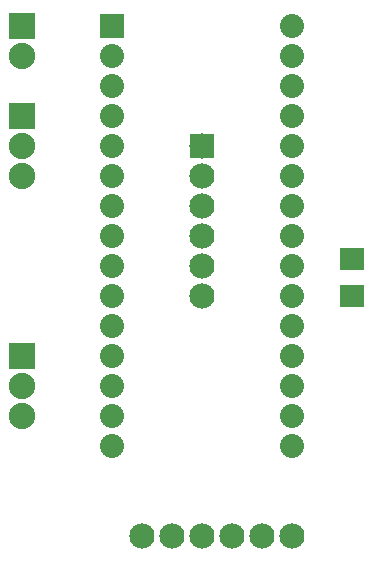
<source format=gts>
G04 MADE WITH FRITZING*
G04 WWW.FRITZING.ORG*
G04 DOUBLE SIDED*
G04 HOLES PLATED*
G04 CONTOUR ON CENTER OF CONTOUR VECTOR*
%ASAXBY*%
%FSLAX23Y23*%
%MOIN*%
%OFA0B0*%
%SFA1.0B1.0*%
%ADD10C,0.080000*%
%ADD11C,0.084000*%
%ADD12C,0.088000*%
%ADD13R,0.079972X0.080000*%
%ADD14R,0.084000X0.084000*%
%ADD15R,0.088000X0.088000*%
%ADD16R,0.084803X0.072992*%
%LNMASK1*%
G90*
G70*
G54D10*
X496Y1858D03*
X496Y1758D03*
X496Y1658D03*
X496Y1558D03*
X496Y1458D03*
X496Y1358D03*
X496Y1258D03*
X496Y1158D03*
X496Y1058D03*
X496Y958D03*
X496Y858D03*
X496Y758D03*
X496Y658D03*
X496Y558D03*
X496Y458D03*
X1096Y1858D03*
X1096Y1758D03*
X1096Y1658D03*
X1096Y1558D03*
X1096Y1458D03*
X1096Y1358D03*
X1096Y1258D03*
X1096Y1158D03*
X1096Y1058D03*
X1096Y958D03*
X1096Y858D03*
X1096Y758D03*
X1096Y658D03*
X1096Y558D03*
X1096Y458D03*
G54D11*
X596Y158D03*
X696Y158D03*
X796Y158D03*
X896Y158D03*
X996Y158D03*
X1096Y158D03*
X796Y1458D03*
X796Y1358D03*
X796Y1258D03*
X796Y1158D03*
X796Y1058D03*
X796Y958D03*
G54D12*
X196Y758D03*
X196Y658D03*
X196Y558D03*
X196Y1858D03*
X196Y1758D03*
X196Y1558D03*
X196Y1458D03*
X196Y1358D03*
G54D13*
X496Y1858D03*
G54D14*
X796Y1458D03*
G54D15*
X196Y758D03*
X196Y1858D03*
X196Y1558D03*
G54D16*
X1296Y1080D03*
X1296Y958D03*
G04 End of Mask1*
M02*
</source>
